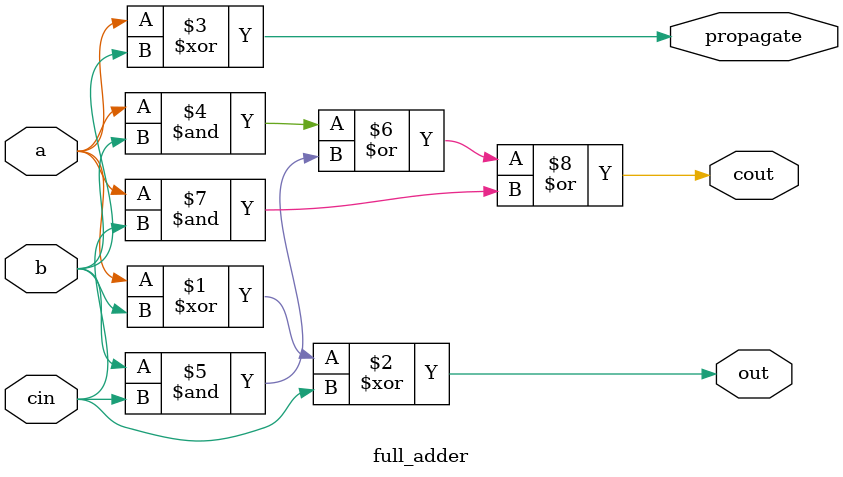
<source format=v>
module full_adder(input wire a,input wire b,input wire cin,output wire out,output wire propagate,output wire cout);
assign out=a^b^cin;
assign propagate = a ^ b;  
assign cout = (a & b) | (b & cin) | (a & cin);  
endmodule
</source>
